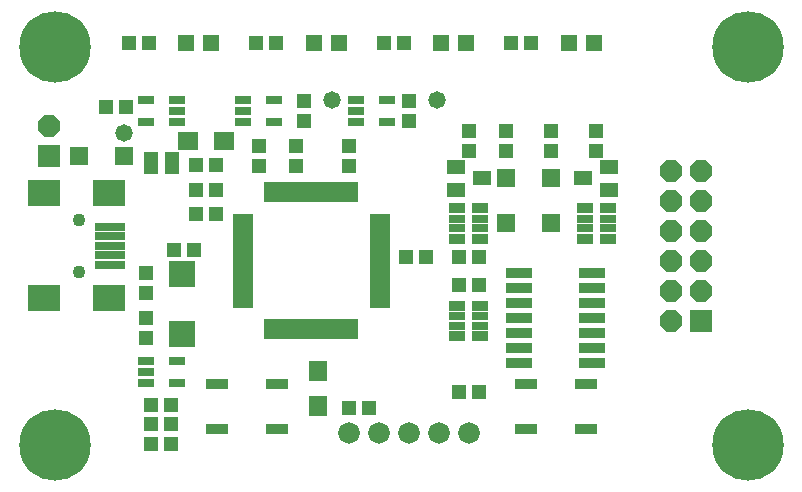
<source format=gts>
G75*
G70*
%OFA0B0*%
%FSLAX24Y24*%
%IPPOS*%
%LPD*%
%AMOC8*
5,1,8,0,0,1.08239X$1,22.5*
%
%ADD10R,0.0474X0.0513*%
%ADD11R,0.0552X0.0552*%
%ADD12R,0.0513X0.0474*%
%ADD13R,0.0482X0.0781*%
%ADD14R,0.0710X0.0631*%
%ADD15R,0.0880X0.0340*%
%ADD16C,0.0720*%
%ADD17R,0.0552X0.0297*%
%ADD18R,0.1064X0.0867*%
%ADD19R,0.0986X0.0277*%
%ADD20C,0.0434*%
%ADD21R,0.0631X0.0710*%
%ADD22R,0.0730X0.0380*%
%ADD23C,0.2380*%
%ADD24R,0.0671X0.0190*%
%ADD25R,0.0190X0.0671*%
%ADD26R,0.0880X0.0880*%
%ADD27R,0.0631X0.0474*%
%ADD28R,0.0631X0.0631*%
%ADD29R,0.0720X0.0720*%
%ADD30OC8,0.0720*%
%ADD31R,0.0533X0.0253*%
%ADD32R,0.0533X0.0328*%
%ADD33C,0.0580*%
D10*
X006950Y006130D03*
X007619Y006130D03*
X007619Y006792D03*
X006950Y006792D03*
X006785Y009657D03*
X006785Y010327D03*
X006785Y011157D03*
X006785Y011827D03*
X008450Y014617D03*
X009119Y014617D03*
X009119Y015430D03*
X008450Y015430D03*
X011785Y015407D03*
X011785Y016077D03*
X012035Y016907D03*
X012035Y017577D03*
X013535Y016077D03*
X013535Y015407D03*
X015535Y016907D03*
X015535Y017577D03*
X015369Y019492D03*
X014700Y019492D03*
X011119Y019492D03*
X010450Y019492D03*
X006869Y019492D03*
X006200Y019492D03*
X018950Y019492D03*
X019619Y019492D03*
X017869Y011430D03*
X017200Y011430D03*
X014219Y007330D03*
X013550Y007330D03*
D11*
X013198Y019492D03*
X012371Y019492D03*
X008948Y019492D03*
X008121Y019492D03*
X016621Y019492D03*
X017448Y019492D03*
X020871Y019492D03*
X021698Y019492D03*
D12*
X021785Y016577D03*
X021785Y015907D03*
X020285Y015907D03*
X020285Y016577D03*
X018785Y016577D03*
X018785Y015907D03*
X017535Y015907D03*
X017535Y016577D03*
X017869Y012367D03*
X017200Y012367D03*
X016119Y012367D03*
X015450Y012367D03*
X010535Y015407D03*
X010535Y016077D03*
X009119Y013805D03*
X008450Y013805D03*
X008369Y012617D03*
X007700Y012617D03*
X006119Y017367D03*
X005450Y017367D03*
X017200Y007867D03*
X017869Y007867D03*
X007619Y007442D03*
X006950Y007442D03*
D13*
X006934Y015492D03*
X007635Y015492D03*
D14*
X008194Y016242D03*
X009375Y016242D03*
D15*
X019225Y011842D03*
X019225Y011342D03*
X019225Y010842D03*
X019225Y010342D03*
X019225Y009842D03*
X019225Y009342D03*
X019225Y008842D03*
X021645Y008842D03*
X021645Y009342D03*
X021645Y009842D03*
X021645Y010342D03*
X021645Y010842D03*
X021645Y011342D03*
X021645Y011842D03*
D16*
X017535Y006492D03*
X016535Y006492D03*
X015535Y006492D03*
X014535Y006492D03*
X013535Y006492D03*
D17*
X007797Y008168D03*
X006773Y008168D03*
X006773Y008542D03*
X006773Y008916D03*
X007797Y008916D03*
X007797Y016868D03*
X007797Y017242D03*
X007797Y017616D03*
X006773Y017616D03*
X006773Y016868D03*
X010023Y016868D03*
X010023Y017242D03*
X010023Y017616D03*
X011047Y017616D03*
X011047Y016868D03*
X013773Y016868D03*
X013773Y017242D03*
X013773Y017616D03*
X014797Y017616D03*
X014797Y016868D03*
D18*
X005544Y014494D03*
X003379Y014494D03*
X003379Y010990D03*
X005544Y010990D03*
D19*
X005583Y012112D03*
X005583Y012427D03*
X005583Y012742D03*
X005583Y013057D03*
X005583Y013372D03*
D20*
X004560Y013608D03*
X004560Y011876D03*
D21*
X012510Y008583D03*
X012510Y007401D03*
D22*
X011135Y008142D03*
X011135Y006642D03*
X009135Y006642D03*
X009135Y008142D03*
X019435Y008142D03*
X021435Y008142D03*
X021435Y006642D03*
X019435Y006642D03*
D23*
X003739Y006118D03*
X003739Y019366D03*
X026830Y019366D03*
X026830Y006118D03*
D24*
X014568Y010766D03*
X014568Y010963D03*
X014568Y011159D03*
X014568Y011356D03*
X014568Y011553D03*
X014568Y011750D03*
X014568Y011947D03*
X014568Y012144D03*
X014568Y012340D03*
X014568Y012537D03*
X014568Y012734D03*
X014568Y012931D03*
X014568Y013128D03*
X014568Y013325D03*
X014568Y013522D03*
X014568Y013718D03*
X010001Y013718D03*
X010001Y013522D03*
X010001Y013325D03*
X010001Y013128D03*
X010001Y012931D03*
X010001Y012734D03*
X010001Y012537D03*
X010001Y012340D03*
X010001Y012144D03*
X010001Y011947D03*
X010001Y011750D03*
X010001Y011553D03*
X010001Y011356D03*
X010001Y011159D03*
X010001Y010963D03*
X010001Y010766D03*
D25*
X010808Y009959D03*
X011005Y009959D03*
X011202Y009959D03*
X011399Y009959D03*
X011596Y009959D03*
X011793Y009959D03*
X011989Y009959D03*
X012186Y009959D03*
X012383Y009959D03*
X012580Y009959D03*
X012777Y009959D03*
X012974Y009959D03*
X013171Y009959D03*
X013367Y009959D03*
X013564Y009959D03*
X013761Y009959D03*
X013761Y014526D03*
X013564Y014526D03*
X013367Y014526D03*
X013171Y014526D03*
X012974Y014526D03*
X012777Y014526D03*
X012580Y014526D03*
X012383Y014526D03*
X012186Y014526D03*
X011989Y014526D03*
X011793Y014526D03*
X011596Y014526D03*
X011399Y014526D03*
X011202Y014526D03*
X011005Y014526D03*
X010808Y014526D03*
D26*
X007972Y011805D03*
X007972Y009805D03*
D27*
X017102Y014618D03*
X017968Y014992D03*
X017102Y015366D03*
X021352Y014992D03*
X022218Y014618D03*
X022218Y015366D03*
D28*
X020285Y014990D03*
X018785Y014990D03*
X018785Y013494D03*
X020285Y013494D03*
X006033Y015742D03*
X004537Y015742D03*
D29*
X003535Y015742D03*
X025285Y010242D03*
D30*
X024285Y010242D03*
X024285Y011242D03*
X025285Y011242D03*
X025285Y012242D03*
X024285Y012242D03*
X024285Y013242D03*
X025285Y013242D03*
X025285Y014242D03*
X024285Y014242D03*
X024285Y015242D03*
X025285Y015242D03*
X003535Y016742D03*
D31*
X017151Y013650D03*
X017151Y013335D03*
X017919Y013335D03*
X017919Y013650D03*
X021401Y013650D03*
X021401Y013335D03*
X022169Y013335D03*
X022169Y013650D03*
X017919Y010400D03*
X017919Y010085D03*
X017151Y010085D03*
X017151Y010400D03*
D32*
X017151Y010752D03*
X017919Y010752D03*
X017919Y009732D03*
X017151Y009732D03*
X017151Y012982D03*
X017919Y012982D03*
X017919Y014002D03*
X017151Y014002D03*
X021401Y014002D03*
X022169Y014002D03*
X022169Y012982D03*
X021401Y012982D03*
D33*
X016472Y017617D03*
X012972Y017617D03*
X006035Y016492D03*
M02*

</source>
